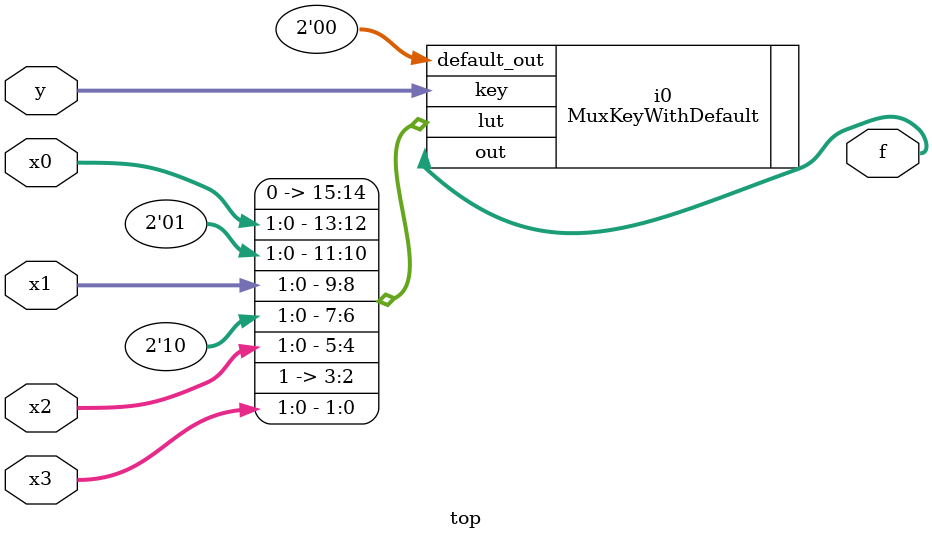
<source format=v>
module top(x0, x1, x2, x3, y, f);
input	[1:0]	x0;
input	[1:0]	x1;
input	[1:0]	x2;
input	[1:0]	x3;

input	[1:0]	y;

output	[1:0]	f;

MuxKeyWithDefault #(4, 2, 2) i0(.out(f), .key(y), .default_out(2'b00), .lut({
	2'b00, x0,
	2'b01, x1,
	2'b10, x2,
	2'b11, x3
	}));
endmodule

</source>
